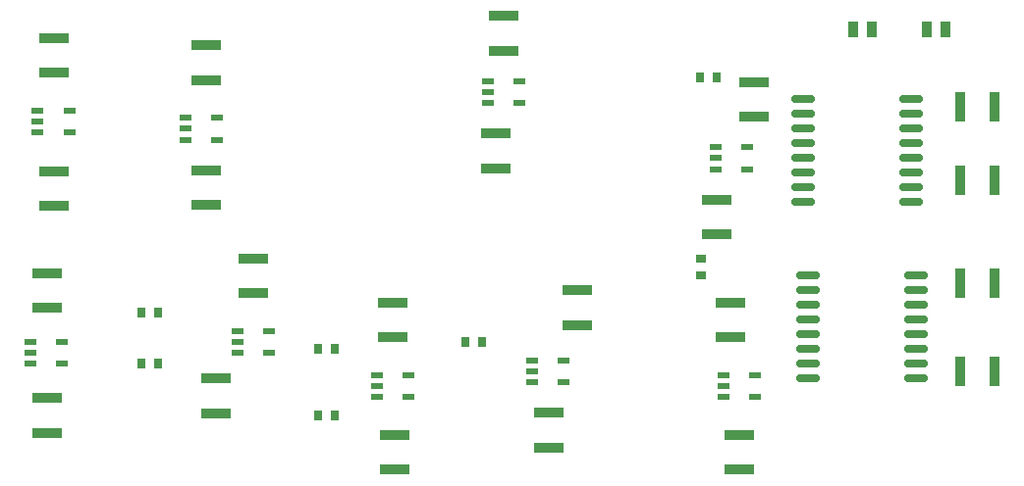
<source format=gbr>
%TF.GenerationSoftware,KiCad,Pcbnew,7.0.9*%
%TF.CreationDate,2024-05-07T07:23:08+02:00*%
%TF.ProjectId,ElectronicDuffing,456c6563-7472-46f6-9e69-634475666669,v 1.1*%
%TF.SameCoordinates,Original*%
%TF.FileFunction,Paste,Top*%
%TF.FilePolarity,Positive*%
%FSLAX46Y46*%
G04 Gerber Fmt 4.6, Leading zero omitted, Abs format (unit mm)*
G04 Created by KiCad (PCBNEW 7.0.9) date 2024-05-07 07:23:08*
%MOMM*%
%LPD*%
G01*
G04 APERTURE LIST*
G04 Aperture macros list*
%AMRoundRect*
0 Rectangle with rounded corners*
0 $1 Rounding radius*
0 $2 $3 $4 $5 $6 $7 $8 $9 X,Y pos of 4 corners*
0 Add a 4 corners polygon primitive as box body*
4,1,4,$2,$3,$4,$5,$6,$7,$8,$9,$2,$3,0*
0 Add four circle primitives for the rounded corners*
1,1,$1+$1,$2,$3*
1,1,$1+$1,$4,$5*
1,1,$1+$1,$6,$7*
1,1,$1+$1,$8,$9*
0 Add four rect primitives between the rounded corners*
20,1,$1+$1,$2,$3,$4,$5,0*
20,1,$1+$1,$4,$5,$6,$7,0*
20,1,$1+$1,$6,$7,$8,$9,0*
20,1,$1+$1,$8,$9,$2,$3,0*%
G04 Aperture macros list end*
%ADD10R,2.640000X0.840000*%
%ADD11RoundRect,0.150000X-0.875000X-0.150000X0.875000X-0.150000X0.875000X0.150000X-0.875000X0.150000X0*%
%ADD12R,0.977900X0.508000*%
%ADD13R,0.650000X0.900000*%
%ADD14R,0.840000X2.640000*%
%ADD15R,0.910000X1.390000*%
%ADD16R,0.900000X0.650000*%
G04 APERTURE END LIST*
D10*
%TO.C,C6*%
X83185000Y-115975000D03*
X83185000Y-118975000D03*
%TD*%
D11*
%TO.C,U5*%
X118970000Y-113665000D03*
X118970000Y-114935000D03*
X118970000Y-116205000D03*
X118970000Y-117475000D03*
X118970000Y-118745000D03*
X118970000Y-120015000D03*
X118970000Y-121285000D03*
X118970000Y-122555000D03*
X128270000Y-122555000D03*
X128270000Y-121285000D03*
X128270000Y-120015000D03*
X128270000Y-118745000D03*
X128270000Y-117475000D03*
X128270000Y-116205000D03*
X128270000Y-114935000D03*
X128270000Y-113665000D03*
%TD*%
D12*
%TO.C,U2*%
X95154750Y-120969999D03*
X95154750Y-121920000D03*
X95154750Y-122870001D03*
X97885250Y-122870001D03*
X97885250Y-120969999D03*
%TD*%
D13*
%TO.C,R2*%
X76745000Y-120015000D03*
X78195000Y-120015000D03*
%TD*%
%TO.C,R7*%
X109675000Y-96520000D03*
X111125000Y-96520000D03*
%TD*%
%TO.C,R5*%
X89445000Y-119380000D03*
X90895000Y-119380000D03*
%TD*%
%TO.C,R4*%
X62955000Y-116840000D03*
X61505000Y-116840000D03*
%TD*%
D10*
%TO.C,C17*%
X92710000Y-91210000D03*
X92710000Y-94210000D03*
%TD*%
D12*
%TO.C,U1*%
X69754750Y-118429999D03*
X69754750Y-119380000D03*
X69754750Y-120330001D03*
X72485250Y-120330001D03*
X72485250Y-118429999D03*
%TD*%
D14*
%TO.C,C11*%
X135080000Y-99060000D03*
X132080000Y-99060000D03*
%TD*%
D13*
%TO.C,R1*%
X62955000Y-121285000D03*
X61505000Y-121285000D03*
%TD*%
D12*
%TO.C,U11*%
X52530050Y-99379999D03*
X52530050Y-100330000D03*
X52530050Y-101280001D03*
X55260550Y-101280001D03*
X55260550Y-99379999D03*
%TD*%
D10*
%TO.C,C14*%
X53975000Y-93115000D03*
X53975000Y-96115000D03*
%TD*%
%TO.C,C19*%
X71120000Y-112165000D03*
X71120000Y-115165000D03*
%TD*%
D12*
%TO.C,U10*%
X65309750Y-100014999D03*
X65309750Y-100965000D03*
X65309750Y-101915001D03*
X68040250Y-101915001D03*
X68040250Y-100014999D03*
%TD*%
D10*
%TO.C,C7*%
X113030000Y-127405000D03*
X113030000Y-130405000D03*
%TD*%
%TO.C,C21*%
X99060000Y-114935000D03*
X99060000Y-117935000D03*
%TD*%
D15*
%TO.C,C28*%
X124485000Y-92384000D03*
X122845000Y-92384000D03*
%TD*%
D10*
%TO.C,C4*%
X53340000Y-113430000D03*
X53340000Y-116430000D03*
%TD*%
%TO.C,C24*%
X114300000Y-96925000D03*
X114300000Y-99925000D03*
%TD*%
D12*
%TO.C,U8*%
X111664750Y-122239999D03*
X111664750Y-123190000D03*
X111664750Y-124140001D03*
X114395250Y-124140001D03*
X114395250Y-122239999D03*
%TD*%
%TO.C,U7*%
X81819750Y-122239999D03*
X81819750Y-123190000D03*
X81819750Y-124140001D03*
X84550250Y-124140001D03*
X84550250Y-122239999D03*
%TD*%
%TO.C,U6*%
X51879550Y-119379999D03*
X51879550Y-120330000D03*
X51879550Y-121280001D03*
X54610050Y-121280001D03*
X54610050Y-119379999D03*
%TD*%
D15*
%TO.C,C29*%
X130835000Y-92384000D03*
X129195000Y-92384000D03*
%TD*%
D10*
%TO.C,C22*%
X96654800Y-125500000D03*
X96654800Y-128500000D03*
%TD*%
%TO.C,C5*%
X83319700Y-127405000D03*
X83319700Y-130405000D03*
%TD*%
D14*
%TO.C,C12*%
X132080000Y-105410000D03*
X135080000Y-105410000D03*
%TD*%
D10*
%TO.C,C8*%
X112268000Y-115975000D03*
X112268000Y-118975000D03*
%TD*%
D16*
%TO.C,R6*%
X109728000Y-113665000D03*
X109728000Y-112215000D03*
%TD*%
D10*
%TO.C,C13*%
X53975000Y-104648000D03*
X53975000Y-107648000D03*
%TD*%
%TO.C,C20*%
X67945000Y-122555000D03*
X67945000Y-125555000D03*
%TD*%
D14*
%TO.C,C10*%
X135080000Y-114300000D03*
X132080000Y-114300000D03*
%TD*%
%TO.C,C9*%
X132080000Y-121920000D03*
X135080000Y-121920000D03*
%TD*%
D13*
%TO.C,R3*%
X76745000Y-125730000D03*
X78195000Y-125730000D03*
%TD*%
D10*
%TO.C,C18*%
X92075000Y-101370000D03*
X92075000Y-104370000D03*
%TD*%
%TO.C,C15*%
X67080000Y-93750000D03*
X67080000Y-96750000D03*
%TD*%
%TO.C,C3*%
X53340000Y-124230000D03*
X53340000Y-127230000D03*
%TD*%
D12*
%TO.C,U9*%
X91344750Y-96839999D03*
X91344750Y-97790000D03*
X91344750Y-98740001D03*
X94075250Y-98740001D03*
X94075250Y-96839999D03*
%TD*%
D10*
%TO.C,C16*%
X67080000Y-104545000D03*
X67080000Y-107545000D03*
%TD*%
D11*
%TO.C,U4*%
X118540000Y-98425000D03*
X118540000Y-99695000D03*
X118540000Y-100965000D03*
X118540000Y-102235000D03*
X118540000Y-103505000D03*
X118540000Y-104775000D03*
X118540000Y-106045000D03*
X118540000Y-107315000D03*
X127840000Y-107315000D03*
X127840000Y-106045000D03*
X127840000Y-104775000D03*
X127840000Y-103505000D03*
X127840000Y-102235000D03*
X127840000Y-100965000D03*
X127840000Y-99695000D03*
X127840000Y-98425000D03*
%TD*%
D12*
%TO.C,U3*%
X111029750Y-102554999D03*
X111029750Y-103505000D03*
X111029750Y-104455001D03*
X113760250Y-104455001D03*
X113760250Y-102554999D03*
%TD*%
D10*
%TO.C,C23*%
X111125000Y-107085000D03*
X111125000Y-110085000D03*
%TD*%
M02*

</source>
